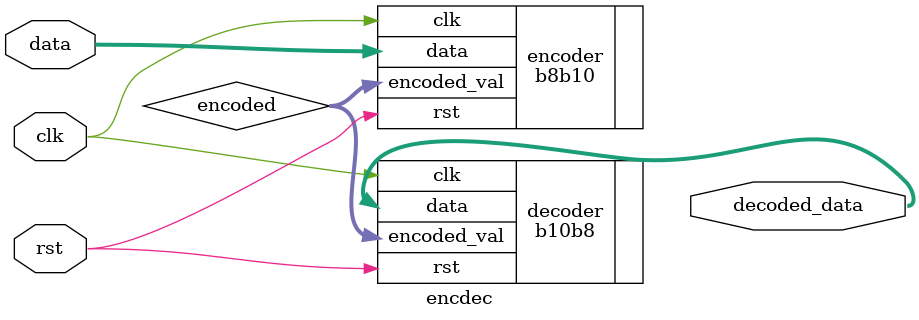
<source format=sv>
module encdec 
  ( input clk,rst,
    input [7:0]data,
    output [7:0]decoded_data
  );
  
  wire [9:0]encoded;
  
  b8b10 encoder(.data(data),.clk(clk),.rst(rst),.encoded_val(encoded));
  b10b8 decoder(.encoded_val(encoded),.clk(clk),.rst(rst),.data(decoded_data));
  
endmodule 
</source>
